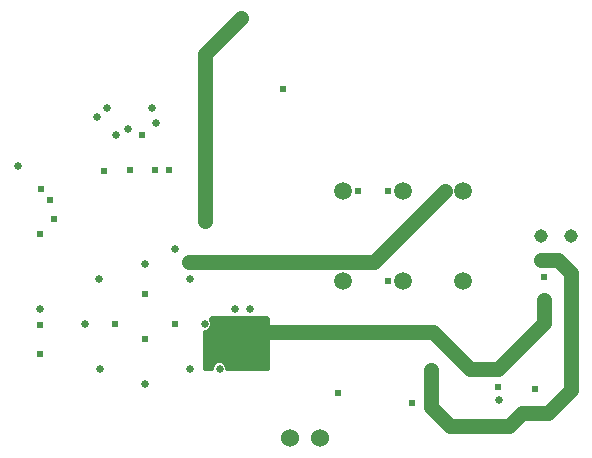
<source format=gbr>
G04 EAGLE Gerber RS-274X export*
G75*
%MOMM*%
%FSLAX34Y34*%
%LPD*%
%INCopper Layer 2*%
%IPPOS*%
%AMOC8*
5,1,8,0,0,1.08239X$1,22.5*%
G01*
%ADD10C,1.500000*%
%ADD11C,1.524000*%
%ADD12C,1.137919*%
%ADD13C,0.609600*%
%ADD14C,0.654800*%
%ADD15C,1.270000*%

G36*
X178117Y68076D02*
X178117Y68076D01*
X178151Y68074D01*
X178340Y68096D01*
X178531Y68113D01*
X178564Y68122D01*
X178598Y68126D01*
X178781Y68181D01*
X178965Y68231D01*
X178996Y68246D01*
X179029Y68256D01*
X179200Y68343D01*
X179372Y68425D01*
X179400Y68445D01*
X179431Y68460D01*
X179583Y68576D01*
X179738Y68687D01*
X179762Y68712D01*
X179789Y68732D01*
X179918Y68873D01*
X180052Y69009D01*
X180071Y69038D01*
X180095Y69064D01*
X180197Y69225D01*
X180304Y69382D01*
X180318Y69414D01*
X180336Y69443D01*
X180409Y69620D01*
X180486Y69794D01*
X180494Y69828D01*
X180507Y69860D01*
X180547Y70047D01*
X180593Y70232D01*
X180595Y70266D01*
X180602Y70300D01*
X180621Y70612D01*
X180621Y71313D01*
X181352Y73076D01*
X182702Y74426D01*
X184465Y75157D01*
X186375Y75157D01*
X188138Y74426D01*
X189488Y73076D01*
X190219Y71313D01*
X190219Y70612D01*
X190222Y70578D01*
X190220Y70543D01*
X190242Y70354D01*
X190259Y70164D01*
X190268Y70130D01*
X190272Y70096D01*
X190327Y69913D01*
X190377Y69729D01*
X190392Y69698D01*
X190402Y69665D01*
X190489Y69494D01*
X190571Y69323D01*
X190591Y69294D01*
X190606Y69263D01*
X190722Y69111D01*
X190833Y68956D01*
X190858Y68932D01*
X190878Y68905D01*
X191018Y68776D01*
X191155Y68642D01*
X191184Y68623D01*
X191210Y68600D01*
X191371Y68497D01*
X191528Y68390D01*
X191560Y68376D01*
X191589Y68358D01*
X191766Y68285D01*
X191940Y68208D01*
X191974Y68200D01*
X192006Y68187D01*
X192193Y68147D01*
X192378Y68101D01*
X192412Y68099D01*
X192446Y68092D01*
X192758Y68073D01*
X225298Y68073D01*
X225333Y68076D01*
X225367Y68074D01*
X225556Y68096D01*
X225747Y68113D01*
X225780Y68122D01*
X225814Y68126D01*
X225997Y68181D01*
X226181Y68231D01*
X226212Y68246D01*
X226245Y68256D01*
X226416Y68343D01*
X226588Y68425D01*
X226616Y68445D01*
X226647Y68460D01*
X226799Y68576D01*
X226954Y68687D01*
X226978Y68712D01*
X227005Y68732D01*
X227134Y68873D01*
X227268Y69009D01*
X227287Y69038D01*
X227311Y69064D01*
X227413Y69225D01*
X227520Y69382D01*
X227534Y69414D01*
X227552Y69443D01*
X227625Y69620D01*
X227702Y69794D01*
X227710Y69828D01*
X227723Y69860D01*
X227763Y70047D01*
X227809Y70232D01*
X227811Y70266D01*
X227818Y70300D01*
X227837Y70612D01*
X227837Y112268D01*
X227834Y112303D01*
X227836Y112337D01*
X227814Y112526D01*
X227797Y112717D01*
X227788Y112750D01*
X227784Y112784D01*
X227729Y112967D01*
X227679Y113151D01*
X227664Y113182D01*
X227654Y113215D01*
X227567Y113386D01*
X227485Y113558D01*
X227465Y113586D01*
X227450Y113617D01*
X227334Y113769D01*
X227223Y113924D01*
X227198Y113948D01*
X227178Y113975D01*
X227038Y114104D01*
X226901Y114238D01*
X226872Y114257D01*
X226846Y114281D01*
X226685Y114383D01*
X226528Y114490D01*
X226496Y114504D01*
X226467Y114522D01*
X226290Y114595D01*
X226116Y114672D01*
X226082Y114680D01*
X226050Y114693D01*
X225863Y114733D01*
X225678Y114779D01*
X225644Y114781D01*
X225610Y114788D01*
X225298Y114807D01*
X178979Y114807D01*
X178897Y114800D01*
X178815Y114802D01*
X178673Y114780D01*
X178531Y114767D01*
X178451Y114746D01*
X178370Y114733D01*
X178234Y114686D01*
X178096Y114649D01*
X178022Y114613D01*
X177944Y114587D01*
X177819Y114517D01*
X177690Y114455D01*
X177623Y114408D01*
X177551Y114367D01*
X177440Y114277D01*
X177324Y114193D01*
X177266Y114134D01*
X177202Y114082D01*
X177110Y113973D01*
X177010Y113871D01*
X176963Y113802D01*
X176910Y113740D01*
X176838Y113616D01*
X176758Y113498D01*
X176724Y113422D01*
X176683Y113351D01*
X176633Y113217D01*
X176575Y113086D01*
X176556Y113006D01*
X176527Y112928D01*
X176503Y112788D01*
X176469Y112648D01*
X176464Y112566D01*
X176449Y112485D01*
X176450Y112342D01*
X176441Y112199D01*
X176450Y112117D01*
X176451Y112035D01*
X176476Y111894D01*
X176493Y111752D01*
X176517Y111673D01*
X176532Y111592D01*
X176612Y111359D01*
X176623Y111321D01*
X176628Y111311D01*
X176633Y111296D01*
X177519Y109159D01*
X177519Y107249D01*
X176788Y105486D01*
X175438Y104136D01*
X173672Y103404D01*
X173667Y103404D01*
X173478Y103382D01*
X173288Y103365D01*
X173254Y103356D01*
X173220Y103352D01*
X173037Y103297D01*
X172853Y103247D01*
X172822Y103232D01*
X172789Y103222D01*
X172618Y103135D01*
X172447Y103053D01*
X172418Y103033D01*
X172387Y103018D01*
X172235Y102902D01*
X172080Y102791D01*
X172056Y102766D01*
X172029Y102746D01*
X171900Y102606D01*
X171766Y102469D01*
X171747Y102440D01*
X171724Y102414D01*
X171621Y102253D01*
X171514Y102096D01*
X171500Y102064D01*
X171482Y102035D01*
X171409Y101858D01*
X171332Y101684D01*
X171324Y101650D01*
X171311Y101618D01*
X171271Y101431D01*
X171225Y101246D01*
X171223Y101212D01*
X171216Y101178D01*
X171197Y100866D01*
X171197Y70612D01*
X171200Y70578D01*
X171198Y70543D01*
X171220Y70354D01*
X171237Y70164D01*
X171246Y70130D01*
X171250Y70096D01*
X171305Y69913D01*
X171355Y69729D01*
X171370Y69698D01*
X171380Y69665D01*
X171467Y69494D01*
X171549Y69323D01*
X171569Y69294D01*
X171584Y69263D01*
X171700Y69111D01*
X171811Y68956D01*
X171836Y68932D01*
X171856Y68905D01*
X171997Y68776D01*
X172133Y68642D01*
X172162Y68623D01*
X172188Y68600D01*
X172349Y68497D01*
X172506Y68390D01*
X172538Y68376D01*
X172567Y68358D01*
X172744Y68285D01*
X172918Y68208D01*
X172952Y68200D01*
X172984Y68187D01*
X173171Y68147D01*
X173356Y68101D01*
X173390Y68099D01*
X173424Y68092D01*
X173736Y68073D01*
X178082Y68073D01*
X178117Y68076D01*
G37*
D10*
X289560Y144780D03*
X340360Y144780D03*
X340360Y220980D03*
X289560Y220980D03*
X391160Y144780D03*
X391160Y220980D03*
D11*
X270256Y11684D03*
X244856Y11684D03*
D12*
X457200Y182880D03*
X482600Y182880D03*
D13*
X302260Y220980D03*
X327660Y220980D03*
X327660Y144780D03*
X452120Y53340D03*
X421132Y55118D03*
X348234Y41148D03*
X459994Y147828D03*
X119888Y268224D03*
X238760Y307340D03*
X286004Y49530D03*
D14*
X147320Y171704D03*
X121920Y159004D03*
X172720Y108204D03*
X121920Y57404D03*
X71120Y108204D03*
X83820Y70104D03*
X160020Y70104D03*
X160020Y146304D03*
X83693Y146304D03*
X33020Y120904D03*
X198120Y120904D03*
X210820Y120904D03*
D13*
X121920Y133350D03*
X121920Y95250D03*
X147320Y107950D03*
X96520Y107950D03*
D14*
X14732Y242316D03*
X98044Y267970D03*
D13*
X376428Y220980D03*
D15*
X316484Y161036D01*
X159766Y161036D01*
D14*
X128270Y290830D03*
X90424Y291084D03*
X459994Y128778D03*
X420878Y70104D03*
D15*
X459994Y108966D02*
X459994Y128778D01*
X459994Y108966D02*
X420878Y69850D01*
D14*
X198120Y95504D03*
X210820Y95504D03*
D15*
X397256Y69850D02*
X420878Y69850D01*
X397256Y69850D02*
X366014Y101092D01*
X224282Y101092D01*
D14*
X185420Y82804D03*
D13*
X33020Y82804D03*
X33020Y107696D03*
X45466Y197104D03*
X109220Y238252D03*
X41910Y212852D03*
X87376Y237744D03*
D14*
X107696Y273558D03*
X81788Y283464D03*
D13*
X34290Y222758D03*
X131064Y238252D03*
X33020Y184404D03*
X142240Y238252D03*
D14*
X131826Y278130D03*
X172720Y197104D03*
X203200Y367538D03*
D15*
X172720Y337058D01*
X172720Y195580D01*
D14*
X421640Y44196D03*
X441960Y32766D03*
X364236Y70104D03*
X457200Y162306D03*
D15*
X471932Y162306D01*
X482600Y151638D01*
X482600Y52070D01*
X463296Y32766D01*
X441706Y32766D01*
X430784Y21844D01*
X380492Y21844D01*
X364490Y37846D01*
X364490Y69596D01*
D14*
X185420Y70358D03*
M02*

</source>
